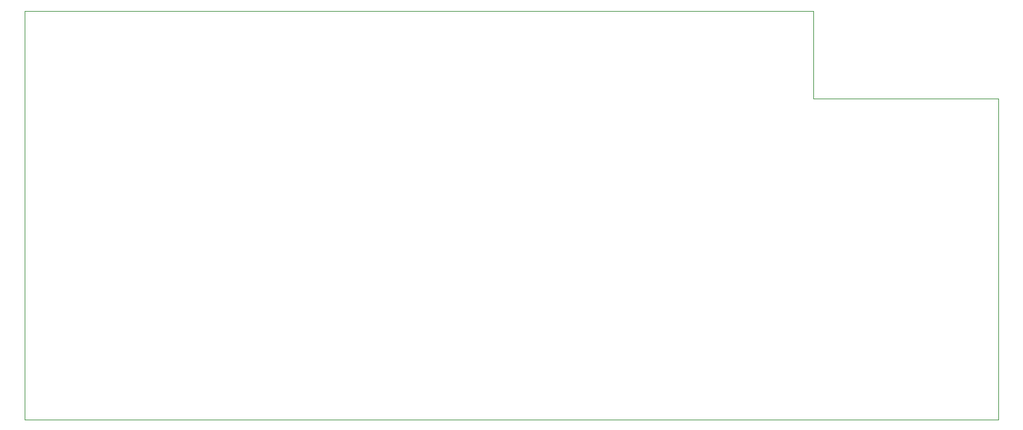
<source format=gm1>
%TF.GenerationSoftware,KiCad,Pcbnew,(6.0.7)*%
%TF.CreationDate,2022-10-12T10:21:12-05:00*%
%TF.ProjectId,CompaqPortableIIIexpansionbackplane,436f6d70-6171-4506-9f72-7461626c6549,rev?*%
%TF.SameCoordinates,Original*%
%TF.FileFunction,Profile,NP*%
%FSLAX46Y46*%
G04 Gerber Fmt 4.6, Leading zero omitted, Abs format (unit mm)*
G04 Created by KiCad (PCBNEW (6.0.7)) date 2022-10-12 10:21:12*
%MOMM*%
%LPD*%
G01*
G04 APERTURE LIST*
%TA.AperFunction,Profile*%
%ADD10C,0.100000*%
%TD*%
G04 APERTURE END LIST*
D10*
X85725000Y-125730000D02*
X212725000Y-125730000D01*
X212725000Y-83820000D02*
X188595000Y-83820000D01*
X212725000Y-125730000D02*
X212725000Y-83820000D01*
X85725000Y-72390000D02*
X188595000Y-72390000D01*
X85725000Y-72390000D02*
X85725000Y-125730000D01*
X188595000Y-72390000D02*
X188595000Y-83820000D01*
M02*

</source>
